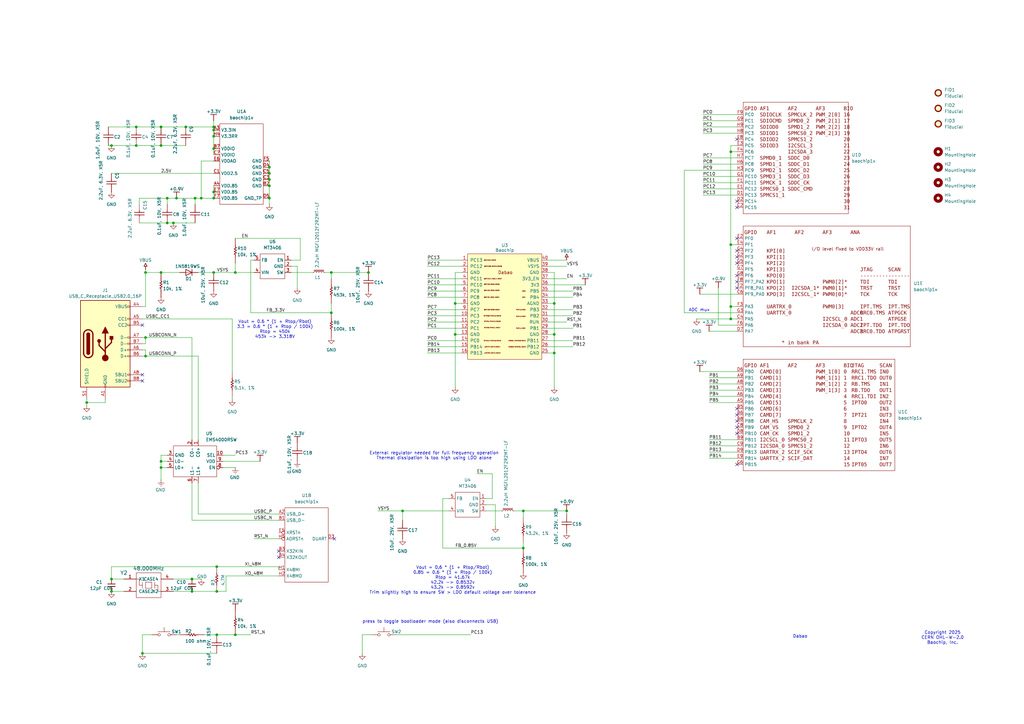
<source format=kicad_sch>
(kicad_sch (version 20250114) (generator "eeschema") (generator_version "9.0")
  (paper "A3")
  (lib_symbols
    (symbol "Connector:USB_C_Receptacle_USB2.0_16P" (pin_names (offset 1.016))
      (property "Reference" "J" (at 0 22.225 0))
      (property "Value" "USB_C_Receptacle_USB2.0_16P" (at 0 19.685 0))
      (symbol "USB_C_Receptacle_USB2.0_16P_1_1"
        (pin passive line (at -7.62 -22.86 90) (length 5.08) (name "SHIELD") (number "S1"))
        (pin passive line (at 0 -22.86 90) (length 5.08) (name "GND") (number "A1"))
        (pin passive line (at 0 -22.86 90) (length 5.08) (hide yes) (name "GND") (number "A12"))
        (pin passive line (at 0 -22.86 90) (length 5.08) (hide yes) (name "GND") (number "B1"))
        (pin passive line (at 0 -22.86 90) (length 5.08) (hide yes) (name "GND") (number "B12"))
        (pin passive line (at 15.24 15.24 180) (length 5.08) (name "VBUS") (number "A4"))
        (pin passive line (at 15.24 15.24 180) (length 5.08) (hide yes) (name "VBUS") (number "A9"))
        (pin passive line (at 15.24 15.24 180) (length 5.08) (hide yes) (name "VBUS") (number "B4"))
        (pin passive line (at 15.24 15.24 180) (length 5.08) (hide yes) (name "VBUS") (number "B9"))
        (pin bidirectional line (at 15.24 10.16 180) (length 5.08) (name "CC1") (number "A5"))
        (pin bidirectional line (at 15.24 7.62 180) (length 5.08) (name "CC2") (number "B5"))
        (pin bidirectional line (at 15.24 2.54 180) (length 5.08) (name "D-") (number "A7"))
        (pin bidirectional line (at 15.24 0 180) (length 5.08) (name "D-") (number "B7"))
        (pin bidirectional line (at 15.24 -2.54 180) (length 5.08) (name "D+") (number "A6"))
        (pin bidirectional line (at 15.24 -5.08 180) (length 5.08) (name "D+") (number "B6"))
        (pin bidirectional line (at 15.24 -12.7 180) (length 5.08) (name "SBU1") (number "A8"))
        (pin bidirectional line (at 15.24 -15.24 180) (length 5.08) (name "SBU2") (number "B8"))
      )
    )
    (symbol "Device:C_Small" (pin_numbers (hide yes)) (pin_names (offset 0.254) (hide yes))
      (property "Reference" "C" (at 0.254 1.778 0))
      (property "Value" "C_Small" (at 0.254 -2.032 0))
      (symbol "C_Small_1_1"
        (pin passive line (at 0 2.54 270) (length 2.032) (name "~") (number "1"))
        (pin passive line (at 0 -2.54 90) (length 2.032) (name "~") (number "2"))
      )
    )
    (symbol "Device:L_Iron_Small" (pin_numbers (hide yes)) (pin_names (offset 0.254) (hide yes))
      (property "Reference" "L" (at 1.27 1.016 0))
      (property "Value" "L_Iron_Small" (at 1.27 -1.27 0))
      (symbol "L_Iron_Small_1_1"
        (pin passive line (at 0 2.54 270) (length 0.508) (name "~") (number "1"))
        (pin passive line (at 0 -2.54 90) (length 0.508) (name "~") (number "2"))
      )
    )
    (symbol "Diode:1N4148WS" (pin_numbers (hide yes)) (pin_names (hide yes))
      (property "Reference" "D" (at 0 2.54 0))
      (property "Value" "1N4148WS" (at 0 -2.54 0))
      (symbol "1N4148WS_1_1"
        (pin passive line (at -3.81 0 0) (length 2.54) (name "K") (number "1"))
        (pin passive line (at 3.81 0 180) (length 2.54) (name "A") (number "2"))
      )
    )
    (symbol "Mechanical:Fiducial" (exclude_from_sim yes) (in_bom no)
      (property "Reference" "FID" (at 0 5.08 0))
      (property "Value" "Fiducial" (at 0 3.175 0))
    )
    (symbol "Mechanical:MountingHole" (pin_names (offset 1.016)) (exclude_from_sim yes) (in_bom no)
      (property "Reference" "H" (at 0 5.08 0))
      (property "Value" "MountingHole" (at 0 3.175 0))
    )
    (symbol "Switch:SW_Push" (pin_numbers (hide yes)) (pin_names (offset 1.016) (hide yes))
      (property "Reference" "SW" (at 1.27 2.54 0))
      (property "Value" "SW_Push" (at 0 -1.524 0))
      (symbol "SW_Push_0_1"
        (pin passive line (at -5.08 0 0) (length 2.54) (name "1") (number "1"))
        (pin passive line (at 5.08 0 180) (length 2.54) (name "2") (number "2"))
      )
    )
    (symbol "Terrance:XTAL4" (pin_names (offset 1.016))
      (property "Reference" "Y" (at -3.81 6.35 0))
      (property "Value" "XTAL4" (at 0 -6.35 0))
      (symbol "XTAL4_1_1"
        (pin input line (at -10.16 2.54 0) (length 5.08) (name "X1") (number "1"))
        (pin input line (at -10.16 -2.54 0) (length 5.08) (name "CASE2") (number "2"))
        (pin input line (at 10.16 2.54 180) (length 5.08) (name "CASE4") (number "4"))
        (pin input line (at 10.16 -2.54 180) (length 5.08) (name "X2") (number "3"))
      )
    )
    (symbol "common:Dabao" (pin_names (offset 1.016))
      (property "Reference" "U" (at -13.97 27.94 0))
      (property "Value" "Baochip" (at 0 6.35 0))
      (symbol "Dabao_1_1"
        (text "QSPI1CS1/BIO29" (at -6.096 24.13 0) (effects (font (size 0.381 0.381))))
        (text "QSPI1D3/SDD3/BIO26" (at -5.334 14.224 0) (effects (font (size 0.381 0.381))))
        (text "QSPI1D2/SDD2/BIO25" (at -5.334 11.684 0) (effects (font (size 0.381 0.381))))
        (text "QSPI1D1/SDD1/BIO24" (at -5.334 8.89 0) (effects (font (size 0.381 0.381))))
        (text "QSPI1D0/SDD0/BIO23" (at -5.334 3.81 0) (effects (font (size 0.381 0.381))))
        (text "SPI2CS0/PWM2.3/BIO19" (at -5.08 1.27 0) (effects (font (size 0.381 0.381))))
        (text "SPI2D1/PWM2.2/BIO18" (at -5.08 -1.016 0) (effects (font (size 0.381 0.381))))
        (text "SPI2D0/PWM2.1/BIO17" (at -5.08 -3.556 0) (effects (font (size 0.381 0.381))))
        (text "SPI2CLK/PWM2.0/BIO16" (at -5.08 -8.89 0) (effects (font (size 0.381 0.381))))
        (text "UART2TX/SCIFD/BIO14" (at -5.08 -11.43 0) (effects (font (size 0.381 0.381))))
        (text "UART2RX/SCIFC/BIO13" (at -5.08 -13.97 0) (effects (font (size 0.381 0.381))))
        (text "QSPI1CS0/SDCMD/BIO28" (at -4.826 21.59 0) (effects (font (size 0.381 0.381))))
        (text "QSPI1CLK1/SDCLK/BIO27" (at -4.826 16.51 0) (effects (font (size 0.381 0.381))))
        (text "Dabao" (at 0.254 19.05 0) (effects (font (size 1.27 1.27))))
        (text "I2C0SCL/SPI2CS0/BIO11" (at 5.08 -8.89 0) (effects (font (size 0.381 0.381))))
        (text "I2C0SDA/SPI2CS1/BIO12" (at 5.08 -11.43 0) (effects (font (size 0.381 0.381))))
        (text "PWM1.3/BIO3" (at 6.604 3.81 0) (effects (font (size 0.381 0.381))))
        (text "PWM1.2/BIO2" (at 6.604 1.016 0) (effects (font (size 0.381 0.381))))
        (text "PWM1.1/BIO1" (at 6.604 -3.81 0) (effects (font (size 0.381 0.381))))
        (text "BIO5" (at 7.874 11.43 0) (effects (font (size 0.381 0.381))))
        (text "BIO4" (at 7.874 8.89 0) (effects (font (size 0.381 0.381))))
        (pin bidirectional line (at -17.78 24.13 0) (length 2.54) (name "PC13") (number "1"))
        (pin bidirectional line (at -17.78 21.59 0) (length 2.54) (name "PC12") (number "2"))
        (pin power_in line (at -17.78 19.05 0) (length 2.54) (name "GND") (number "3"))
        (pin bidirectional line (at -17.78 16.51 0) (length 2.54) (name "PC11") (number "4"))
        (pin bidirectional line (at -17.78 13.97 0) (length 2.54) (name "PC10") (number "5"))
        (pin bidirectional line (at -17.78 11.43 0) (length 2.54) (name "PC9") (number "6"))
        (pin bidirectional line (at -17.78 8.89 0) (length 2.54) (name "PC8") (number "7"))
        (pin power_in line (at -17.78 6.35 0) (length 2.54) (name "GND") (number "8"))
        (pin bidirectional line (at -17.78 3.81 0) (length 2.54) (name "PC7") (number "9"))
        (pin bidirectional line (at -17.78 1.27 0) (length 2.54) (name "PC3") (number "10"))
        (pin bidirectional line (at -17.78 -1.27 0) (length 2.54) (name "PC2") (number "11"))
        (pin bidirectional line (at -17.78 -3.81 0) (length 2.54) (name "PC1") (number "12"))
        (pin power_in line (at -17.78 -6.35 0) (length 2.54) (name "GND") (number "13"))
        (pin bidirectional line (at -17.78 -8.89 0) (length 2.54) (name "PC0") (number "14"))
        (pin bidirectional line (at -17.78 -11.43 0) (length 2.54) (name "PB14") (number "15"))
        (pin bidirectional line (at -17.78 -13.97 0) (length 2.54) (name "PB13") (number "16"))
        (pin unspecified line (at 17.78 24.13 180) (length 2.54) (name "VBUS") (number "40"))
        (pin unspecified line (at 17.78 21.59 180) (length 2.54) (name "VSYS") (number "39"))
        (pin bidirectional line (at 17.78 19.05 180) (length 2.54) (name "GND") (number "38"))
        (pin input line (at 17.78 16.51 180) (length 2.54) (name "3V3_EN") (number "37"))
        (pin unspecified line (at 17.78 13.97 180) (length 2.54) (name "3V3") (number "36"))
        (pin unspecified line (at 17.78 11.43 180) (length 2.54) (name "PB5") (number "35"))
        (pin bidirectional line (at 17.78 8.89 180) (length 2.54) (name "PB4") (number "34"))
        (pin power_in line (at 17.78 6.35 180) (length 2.54) (name "AGND") (number "33"))
        (pin bidirectional line (at 17.78 3.81 180) (length 2.54) (name "PB3") (number "32"))
        (pin bidirectional line (at 17.78 1.27 180) (length 2.54) (name "PB2") (number "31"))
        (pin input line (at 17.78 -1.27 180) (length 2.54) (name "RUN") (number "30"))
        (pin bidirectional line (at 17.78 -3.81 180) (length 2.54) (name "PB1") (number "29"))
        (pin power_in line (at 17.78 -6.35 180) (length 2.54) (name "GND") (number "28"))
        (pin bidirectional line (at 17.78 -8.89 180) (length 2.54) (name "PB11") (number "27"))
        (pin bidirectional line (at 17.78 -11.43 180) (length 2.54) (name "PB12") (number "26"))
        (pin power_in line (at 17.78 -13.97 180) (length 2.54) (name "GND") (number "25"))
      )
    )
    (symbol "common:MT3406"
      (property "Reference" "U" (at 0 3.81 0))
      (property "Value" "MT3406" (at 0 0 0))
      (symbol "MT3406_1_1"
        (pin input line (at -7.62 0 0) (length 2.54) (name "EN") (number "1"))
        (pin power_in line (at -7.62 -2.54 0) (length 2.54) (name "GND") (number "2"))
        (pin power_out line (at -7.62 -5.08 0) (length 2.54) (name "SW") (number "3"))
        (pin input line (at 7.62 0 180) (length 2.54) (name "FB") (number "5"))
        (pin power_in line (at 7.62 -5.08 180) (length 2.54) (name "VIN") (number "4"))
      )
    )
    (symbol "common:WMS4000RSW"
      (property "Reference" "U" (at 0 0 0))
      (property "Value" "EMS4000RSW" (at 0 0 0))
      (symbol "WMS4000RSW_1_1"
        (pin input inverted (at -11.43 -13.97 0) (length 2.54) (name "EN") (number "8"))
        (pin power_in line (at -11.43 -16.51 0) (length 2.54) (name "VDD") (number "9"))
        (pin input line (at -11.43 -19.05 0) (length 2.54) (name "SEL") (number "10"))
        (pin passive line (at -1.27 -7.62 270) (length 2.54) (name "L1+") (number "7"))
        (pin bidirectional line (at -1.27 -25.4 90) (length 2.54) (name "C0+") (number "1"))
        (pin passive line (at 1.27 -7.62 270) (length 2.54) (name "L1-") (number "6"))
        (pin bidirectional line (at 1.27 -25.4 90) (length 2.54) (name "C0-") (number "2"))
        (pin passive line (at 11.43 -13.97 180) (length 2.54) (name "L0+") (number "5"))
        (pin passive line (at 11.43 -16.51 180) (length 2.54) (name "L0-") (number "4"))
        (pin power_in line (at 11.43 -19.05 180) (length 2.54) (name "GND") (number "3"))
      )
    )
    (symbol "common:baochip1x"
      (property "Reference" "U" (at 0.254 1.524 0))
      (property "Value" "baochip1x" (at 0.254 1.524 0))
      (symbol "baochip1x_1_1"
        (pin power_in line (at -12.7 -3.81 0) (length 2.54) (name "V3.3IN") (number "A3"))
        (pin power_in line (at -12.7 -6.35 0) (length 2.54) (name "V3.3RR") (number "H4"))
        (pin power_in line (at -12.7 -11.43 0) (length 2.54) (name "VDDIO") (number "B7"))
        (pin power_in line (at -12.7 -13.97 0) (length 2.54) (name "VDDIO") (number "C7"))
        (pin power_in line (at -12.7 -16.51 0) (length 2.54) (name "VDDAO") (number "E6"))
        (pin power_in line (at -12.7 -21.59 0) (length 2.54) (name "VDD2.5") (number "C1"))
        (pin power_in line (at -12.7 -26.67 0) (length 2.54) (name "VDD.85") (number "A4"))
        (pin power_in line (at -12.7 -29.21 0) (length 2.54) (name "VDD.85") (number "E7"))
        (pin power_in line (at -12.7 -31.75 0) (length 2.54) (name "VDD.85") (number "F7"))
        (pin power_in line (at 10.16 -16.51 180) (length 2.54) (name "GND") (number "F5"))
        (pin power_in line (at 10.16 -19.05 180) (length 2.54) (name "GND") (number "D4"))
        (pin power_in line (at 10.16 -21.59 180) (length 2.54) (name "GND") (number "C5"))
        (pin power_in line (at 10.16 -24.13 180) (length 2.54) (name "GND") (number "C3"))
        (pin power_in line (at 10.16 -26.67 180) (length 2.54) (name "GND") (number "B2"))
        (pin input line (at 10.16 -31.75 180) (length 2.54) (name "GND_TP") (number "D5"))
      )
      (symbol "baochip1x_2_1"
        (pin bidirectional line (at -10.16 -2.54 0) (length 2.54) (name "USB_D+") (number "A2"))
        (pin bidirectional line (at -10.16 -5.08 0) (length 2.54) (name "USB_D-") (number "B1"))
        (pin input inverted (at -10.16 -10.16 0) (length 2.54) (name "XRSTn") (number "E5"))
        (pin input inverted (at -10.16 -12.7 0) (length 2.54) (name "AORSTn") (number "H5"))
        (pin input line (at -10.16 -17.78 0) (length 2.54) (name "X32KIN") (number "B3"))
        (pin output line (at -10.16 -20.32 0) (length 2.54) (name "X32KOUT") (number "B4"))
        (pin input line (at -10.16 -25.4 0) (length 2.54) (name "X48MI") (number "H1"))
        (pin output line (at -10.16 -27.94 0) (length 2.54) (name "X48MO") (number "H2"))
        (pin output line (at 12.7 -12.7 180) (length 2.54) (name "DUART") (number "D3"))
      )
      (symbol "baochip1x_3_1"
        (text "GPIO" (at -7.112 -3.048 0) (effects (font (size 1.5113 1.5113)) (justify left top)))
        (text "AF1      AF2      AF3      BIO\nCAMD[0]           PWM_1[0] 0\nCAMD[1]           PWM_1[1] 1\nCAMD[2]           PWM_1[2] 2\nCAMD[3]           PWM_1[3] 3\nCAMD[4]                    4\nCAMD[5]                    5\nCAMD[6]                    6\nCAMD[7]                    7\nCAM_HS   SPMCLK_2          8\nCAM_VS   SPMD0_2           9\nCAM_CK   SPMD1_2           10\nI2CSCL_0 SPMCS0_2          11\nI2CSDA_0 SPMCS1_2          12\nUARTRX_2 SCIF_SCK          13\nUARTTX_2 SCIF_DAT          14\n                           15" (at -0.762 -3.048 0) (effects (font (size 1.5113 1.5113)) (justify left top)))
        (text "JTAG     SCAN\nRRC1.TMS IN0\nRRC1.TDO OUT0\nRB.TMS   IN1\nRB.TDO   OUT1\nRRC1.TDI IN2\nIPTO0    OUT2\n         IN3\nIPT21    OUT3\n         IN4\nIPTO2    OUT4\n         IN5\nIPTO3    OUT5\n         IN6\nIPTO4    OUT6\n         IN7\nIPT05    OUT7" (at 36.83 -3.048 0) (effects (font (size 1.5113 1.5113)) (justify left top)))
        (pin bidirectional line (at -10.16 -6.35 0) (length 2.54) (name "PB0") (number "D6"))
        (pin bidirectional line (at -10.16 -8.89 0) (length 2.54) (name "PB1") (number "A9"))
        (pin bidirectional line (at -10.16 -11.43 0) (length 2.54) (name "PB2") (number "A8"))
        (pin bidirectional line (at -10.16 -13.97 0) (length 2.54) (name "PB3") (number "A7"))
        (pin bidirectional line (at -10.16 -16.51 0) (length 2.54) (name "PB4") (number "A6"))
        (pin bidirectional line (at -10.16 -19.05 0) (length 2.54) (name "PB5") (number "A5"))
        (pin bidirectional line (at -10.16 -21.59 0) (length 2.54) (name "PB6") (number "B5"))
        (pin bidirectional line (at -10.16 -24.13 0) (length 2.54) (name "PB7") (number "B6"))
        (pin bidirectional line (at -10.16 -26.67 0) (length 2.54) (name "PB8") (number "B8"))
        (pin bidirectional line (at -10.16 -29.21 0) (length 2.54) (name "PB9") (number "C8"))
        (pin bidirectional line (at -10.16 -31.75 0) (length 2.54) (name "PB10") (number "D8"))
        (pin bidirectional line (at -10.16 -34.29 0) (length 2.54) (name "PB11") (number "B9"))
        (pin bidirectional line (at -10.16 -36.83 0) (length 2.54) (name "PB12") (number "C9"))
        (pin bidirectional line (at -10.16 -39.37 0) (length 2.54) (name "PB13") (number "D9"))
        (pin bidirectional line (at -10.16 -41.91 0) (length 2.54) (name "PB14") (number "E9"))
        (pin bidirectional line (at -10.16 -44.45 0) (length 2.54) (name "PB15") (number "G6"))
      )
      (symbol "baochip1x_4_1"
        (text "GPIO" (at -7.112 -3.048 0) (effects (font (size 1.5113 1.5113)) (justify left top)))
        (text "AF1      AF2      AF3      BIO\nSDIOCLK  SPMCLK_2 PWM_2[0] 16\nSDIOCMD  SPMD0_2  PWM_2[1] 17\nSDIOD0   SPMD1_2  PWM_2[2] 18\nSDIOD1   SPMCS0_2 PWM_2[3] 19\nSDIOD2   SPMCS1_2          20\nSDIOD3   I2CSCL_3          21\n         I2CSDA_3          22\nSPMD0_1  SDDC_D0           23\nSPMD1_1  SDDC_D1           24\nSPMD2_1  SDDC_D2           25\nSPMD3_1  SDDC_D3           26\nSPMCK_1  SDDC_CK           27\nSPMCS0_1 SDDC_CMD          28\nSPMCS1_1                   29\n                           30\n                           31" (at -0.762 -3.048 0) (effects (font (size 1.5113 1.5113)) (justify left top)))
        (pin bidirectional line (at -10.16 -6.35 0) (length 2.54) (name "PC0") (number "F9"))
        (pin bidirectional line (at -10.16 -8.89 0) (length 2.54) (name "PC1") (number "G9"))
        (pin bidirectional line (at -10.16 -11.43 0) (length 2.54) (name "PC2") (number "H9"))
        (pin bidirectional line (at -10.16 -13.97 0) (length 2.54) (name "PC3") (number "H8"))
        (pin bidirectional line (at -10.16 -16.51 0) (length 2.54) (name "PC4") (number "E8"))
        (pin bidirectional line (at -10.16 -19.05 0) (length 2.54) (name "PC5") (number "E3"))
        (pin bidirectional line (at -10.16 -21.59 0) (length 2.54) (name "PC6") (number "F4"))
        (pin bidirectional line (at -10.16 -24.13 0) (length 2.54) (name "PC7") (number "H7"))
        (pin bidirectional line (at -10.16 -26.67 0) (length 2.54) (name "PC8") (number "H6"))
        (pin bidirectional line (at -10.16 -29.21 0) (length 2.54) (name "PC9") (number "H3"))
        (pin bidirectional line (at -10.16 -31.75 0) (length 2.54) (name "PC10") (number "G1"))
        (pin bidirectional line (at -10.16 -34.29 0) (length 2.54) (name "PC11") (number "F1"))
        (pin bidirectional line (at -10.16 -36.83 0) (length 2.54) (name "PC12") (number "E1"))
        (pin bidirectional line (at -10.16 -39.37 0) (length 2.54) (name "PC13") (number "D1"))
        (pin bidirectional line (at -10.16 -41.91 0) (length 2.54) (name "PC14") (number "D2"))
        (pin bidirectional line (at -10.16 -44.45 0) (length 2.54) (name "PC15") (number "C2"))
      )
      (symbol "baochip1x_5_1"
        (text "GPIO" (at -7.112 -3.048 0) (effects (font (size 1.5113 1.5113)) (justify left top)))
        (text "AF1      AF2      AF3      ANA\n\n\nKPI[0]\nKPI[1]\nKPI[2]\nKPI[3]\nKPO[0]\nKPO[1]            PWM0[2]*\nKPO[2]  I2CSDA_1* PWM0[1]*\nKPO[3]  I2CSCL_1* PWM0[0]*\n\nUARTRX_0          PWM0[3]\nUARTTX_0                   ADC0\n                  I2CSCL_0 ADC1\n                  I2CSDA_0 ADC2\n                           ADC3" (at 2.032 -3.048 0) (effects (font (size 1.5113 1.5113)) (justify left top)))
        (text "* in bank PA" (at 8.128 -48.26 0) (effects (font (size 1.5113 1.5113)) (justify left top)))
        (text "I/O level fixed to VDD33V rail" (at 35.306 -10.668 0) (effects (font (size 1.27 1.27))))
        (text "JTAG     SCAN\n----------------\nTDI      TDI\nTRST     TRST\nTCK      TCK\n\nIPT.TMS  IPT.TMS\nRRC0.TMS ATPGCK\n         ATPGSE\nIPT.TDO  IPT.TDO\nRRC0.TDO ATPGRST" (at 40.386 -18.288 0) (effects (font (size 1.5113 1.5113)) (justify left top)))
        (pin bidirectional line (at -10.16 -6.35 0) (length 2.54) (name "PF0") (number "E2"))
        (pin bidirectional line (at -10.16 -8.89 0) (length 2.54) (name "PF1") (number "E4"))
        (pin bidirectional line (at -10.16 -11.43 0) (length 2.54) (name "PF2") (number "G4"))
        (pin bidirectional line (at -10.16 -13.97 0) (length 2.54) (name "PF3") (number "G2"))
        (pin bidirectional line (at -10.16 -16.51 0) (length 2.54) (name "PF4") (number "G5"))
        (pin bidirectional line (at -10.16 -19.05 0) (length 2.54) (name "PF5") (number "G7"))
        (pin bidirectional line (at -10.16 -21.59 0) (length 2.54) (name "PF6") (number "G8"))
        (pin bidirectional line (at -10.16 -24.13 0) (length 2.54) (name "PF7_PA2") (number "F8"))
        (pin bidirectional line (at -10.16 -26.67 0) (length 2.54) (name "PF8_PA1") (number "F2"))
        (pin bidirectional line (at -10.16 -29.21 0) (length 2.54) (name "PF9_PA0") (number "C6"))
        (pin bidirectional line (at -10.16 -34.29 0) (length 2.54) (name "PA3") (number "F3"))
        (pin bidirectional line (at -10.16 -36.83 0) (length 2.54) (name "PA4") (number "G3"))
        (pin bidirectional line (at -10.16 -39.37 0) (length 2.54) (name "PA5") (number "C4"))
        (pin bidirectional line (at -10.16 -41.91 0) (length 2.54) (name "PA6") (number "F6"))
        (pin bidirectional line (at -10.16 -44.45 0) (length 2.54) (name "PA7") (number "D7"))
      )
    )
    (symbol "common:root_3_Cap Semi"
      (symbol "root_3_Cap Semi_1_0"
        (pin passive line (at -2.54 2.54 270) (length 2.54) (name "1") (number "1"))
        (pin passive line (at -2.54 -5.08 90) (length 2.54) (name "2") (number "2"))
      )
    )
    (symbol "connectors-altium-import:VBUS_ARROW" (power)
      (property "Reference" "#PWR" (at 0 0 0))
      (property "Value" "VBUS" (at 0 3.81 0))
      (symbol "VBUS_ARROW_0_0"
        (pin power_in line (at 0 0 0) (length 0) (hide yes) (name "VBUS") (number ""))
      )
    )
    (symbol "kbd_pm-altium-import:root_3_Cap Semi"
      (symbol "root_3_Cap Semi_1_0"
        (pin passive line (at -2.54 2.54 270) (length 2.54) (name "1") (number "1"))
        (pin passive line (at -2.54 -5.08 90) (length 2.54) (name "2") (number "2"))
      )
    )
    (symbol "power-altium-import:P1.8V_BAR" (power)
      (property "Reference" "#PWR" (at 0 0 0))
      (property "Value" "P1.8V" (at 0 3.81 0))
      (symbol "P1.8V_BAR_0_0"
        (pin power_in line (at 0 0 0) (length 0) (hide yes) (name "P1.8V") (number ""))
      )
    )
    (symbol "power-altium-import:root_0_Res1"
      (symbol "root_0_Res1_1_0"
        (pin passive line (at -2.54 -2.54 0) (length 2.54) (name "1") (number "1"))
        (pin passive line (at 7.62 -2.54 180) (length 2.54) (name "2") (number "2"))
      )
    )
    (symbol "power-altium-import:root_1_Res1"
      (symbol "root_1_Res1_1_0"
        (pin passive line (at 2.54 7.62 270) (length 2.54) (name "2") (number "2"))
        (pin passive line (at 2.54 -2.54 90) (length 2.54) (name "1") (number "1"))
      )
    )
    (symbol "power-altium-import:root_3_Res1"
      (symbol "root_3_Res1_1_0"
        (pin passive line (at -2.54 2.54 270) (length 2.54) (name "1") (number "1"))
        (pin passive line (at -2.54 -7.62 90) (length 2.54) (name "2") (number "2"))
      )
    )
    (symbol "power:GND" (power) (pin_numbers (hide yes)) (pin_names (offset 0) (hide yes))
      (property "Value" "GND" (at 0 -3.81 0))
      (symbol "GND_1_1"
        (pin power_in line (at 0 0 270) (length 0) (name "~") (number "1"))
      )
    )
    (symbol "power:GNDREF" (power) (pin_numbers (hide yes)) (pin_names (offset 0) (hide yes))
      (property "Value" "GNDREF" (at 0 -3.81 0))
      (symbol "GNDREF_1_1"
        (pin power_in line (at 0 0 270) (length 0) (name "~") (number "1"))
      )
    )
    (symbol "testcore-altium-import:root_3_Cap Semi"
      (symbol "root_3_Cap Semi_1_0"
        (pin passive line (at -2.54 2.54 270) (length 2.54) (name "1") (number "1"))
        (pin passive line (at -2.54 -5.08 90) (length 2.54) (name "2") (number "2"))
      )
    )
  )
  (text "Vout = 0.6 * (1 + Rtop/Rbot)\n3.3 = 0.6 * (1 + Rtop / 100k)\nRtop = 450k\n453k -> 3.318V" (at 112.776 135.128 0) (effects (font (size 1.27 1.27))))
  (text "ADC mux\n" (at 286.766 127.254 0) (effects (font (size 1.27 1.27))))
  (text "External regulator needed for full frequency operation\nThermal dissipation is too high using LDO alone" (at 178.054 186.944 0) (effects (font (size 1.27 1.27))))
  (text "Copyright 2025\nCERN OHL-W-2.0\nBaochip, Inc." (at 386.588 261.62 0) (effects (font (size 1.27 1.27))))
  (text "Dabao" (at 328.168 261.112 0) (effects (font (size 1.27 1.27))))
  (text "press to toggle bootloader mode (also disconnects USB)" (at 176.53 255.016 0) (effects (font (size 1.27 1.27))))
  (text "Vout = 0.6 * (1 + Rtop/Rbot)\n0.85 = 0.6 * (1 + Rtop / 100k)\nRtop = 41.67k\n42.2k -> 0.8532v\n43.2k -> 0.8592v\nTrim slightly high to ensure SW > LDO default voltage over tolerance" (at 185.674 237.998 0) (effects (font (size 1.27 1.27))))
  (junction (at 68.58 91.44))
  (junction (at 66.04 52.07))
  (junction (at 110.49 76.2))
  (junction (at 110.49 73.66))
  (junction (at 299.72 100.33))
  (junction (at 299.72 125.73))
  (junction (at 96.52 111.76))
  (junction (at 227.33 144.78))
  (junction (at 68.58 81.28))
  (junction (at 59.69 138.43))
  (junction (at 87.63 60.96))
  (junction (at 87.63 52.07))
  (junction (at 88.9 232.41))
  (junction (at 82.55 81.28))
  (junction (at 71.12 91.44))
  (junction (at 299.72 62.23))
  (junction (at 66.04 191.77))
  (junction (at 45.72 237.49))
  (junction (at 110.49 71.12))
  (junction (at 96.52 260.35))
  (junction (at 59.69 111.76))
  (junction (at 66.04 189.23))
  (junction (at 55.88 59.69))
  (junction (at 88.9 242.57))
  (junction (at 87.63 81.28))
  (junction (at 78.74 237.49))
  (junction (at 214.63 224.79))
  (junction (at 135.89 111.76))
  (junction (at 66.04 59.69))
  (junction (at 66.04 111.76))
  (junction (at 87.63 78.74))
  (junction (at 232.41 209.55))
  (junction (at 87.63 55.88))
  (junction (at 78.74 242.57))
  (junction (at 151.13 111.76))
  (junction (at 110.49 81.28))
  (junction (at 80.01 81.28))
  (junction (at 186.69 124.46))
  (junction (at 72.39 81.28))
  (junction (at 87.63 111.76))
  (junction (at 165.1 209.55))
  (junction (at 299.72 130.81))
  (junction (at 135.89 128.27))
  (junction (at 186.69 137.16))
  (junction (at 45.72 59.69))
  (junction (at 214.63 209.55))
  (junction (at 76.2 52.07))
  (junction (at 58.42 267.97))
  (junction (at 227.33 124.46))
  (junction (at 55.88 52.07))
  (junction (at 59.69 146.05))
  (junction (at 110.49 68.58))
  (junction (at 88.9 260.35))
  (junction (at 35.56 165.1))
  (junction (at 227.33 137.16))
  (junction (at 45.72 242.57))
  (junction (at 87.63 53.34))
  (no_connect (at 302.26 85.09))
  (no_connect (at 137.16 220.98))
  (no_connect (at 302.26 115.57))
  (no_connect (at 302.26 175.26))
  (no_connect (at 302.26 118.11))
  (no_connect (at 58.42 156.21))
  (no_connect (at 302.26 190.5))
  (no_connect (at 302.26 105.41))
  (no_connect (at 58.42 133.35))
  (no_connect (at 302.26 57.15))
  (no_connect (at 302.26 170.18))
  (no_connect (at 114.3 226.06))
  (no_connect (at 302.26 113.03))
  (no_connect (at 302.26 167.64))
  (no_connect (at 302.26 177.8))
  (no_connect (at 302.26 97.79))
  (no_connect (at 302.26 172.72))
  (no_connect (at 114.3 228.6))
  (no_connect (at 302.26 107.95))
  (no_connect (at 58.42 153.67))
  (no_connect (at 302.26 102.87))
  (no_connect (at 302.26 82.55))
  (wire (pts (xy 59.69 111.76) (xy 59.69 125.73)))
  (wire (pts (xy 104.14 220.98) (xy 114.3 220.98)))
  (wire (pts (xy 224.79 111.76) (xy 227.33 111.76)))
  (wire (pts (xy 290.83 162.56) (xy 302.26 162.56)))
  (wire (pts (xy 78.74 213.36) (xy 114.3 213.36)))
  (wire (pts (xy 87.63 66.04) (xy 82.55 66.04)))
  (wire (pts (xy 58.42 260.35) (xy 58.42 267.97)))
  (wire (pts (xy 45.72 71.12) (xy 87.63 71.12)))
  (wire (pts (xy 35.56 166.37) (xy 35.56 165.1)))
  (wire (pts (xy 214.63 209.55) (xy 232.41 209.55)))
  (wire (pts (xy 110.49 68.58) (xy 110.49 71.12)))
  (wire (pts (xy 199.39 204.47) (xy 201.93 204.47)))
  (wire (pts (xy 234.95 121.92) (xy 224.79 121.92)))
  (wire (pts (xy 57.15 81.28) (xy 57.15 83.82)))
  (wire (pts (xy 290.83 187.96) (xy 302.26 187.96)))
  (wire (pts (xy 195.58 194.31) (xy 201.93 194.31)))
  (wire (pts (xy 119.38 109.22) (xy 121.92 109.22)))
  (wire (pts (xy 299.72 100.33) (xy 302.26 100.33)))
  (wire (pts (xy 227.33 111.76) (xy 227.33 124.46)))
  (wire (pts (xy 66.04 52.07) (xy 76.2 52.07)))
  (wire (pts (xy 95.25 130.81) (xy 95.25 152.4)))
  (wire (pts (xy 227.33 124.46) (xy 227.33 137.16)))
  (wire (pts (xy 45.72 232.41) (xy 45.72 237.49)))
  (wire (pts (xy 68.58 186.69) (xy 66.04 186.69)))
  (wire (pts (xy 148.59 260.35) (xy 148.59 267.97)))
  (wire (pts (xy 175.26 121.92) (xy 189.23 121.92)))
  (wire (pts (xy 181.61 204.47) (xy 181.61 224.79)))
  (wire (pts (xy 87.63 55.88) (xy 87.63 60.96)))
  (wire (pts (xy 135.89 111.76) (xy 151.13 111.76)))
  (wire (pts (xy 280.67 69.85) (xy 302.26 69.85)))
  (wire (pts (xy 288.29 54.61) (xy 302.26 54.61)))
  (wire (pts (xy 92.71 242.57) (xy 92.71 236.22)))
  (wire (pts (xy 181.61 224.79) (xy 214.63 224.79)))
  (wire (pts (xy 82.55 81.28) (xy 87.63 81.28)))
  (wire (pts (xy 186.69 124.46) (xy 189.23 124.46)))
  (wire (pts (xy 290.83 160.02) (xy 302.26 160.02)))
  (wire (pts (xy 59.69 143.51) (xy 59.69 146.05)))
  (wire (pts (xy 110.49 73.66) (xy 110.49 76.2)))
  (wire (pts (xy 224.79 144.78) (xy 227.33 144.78)))
  (wire (pts (xy 299.72 125.73) (xy 302.26 125.73)))
  (wire (pts (xy 91.44 189.23) (xy 106.68 189.23)))
  (wire (pts (xy 44.45 52.07) (xy 55.88 52.07)))
  (wire (pts (xy 299.72 62.23) (xy 299.72 100.33)))
  (wire (pts (xy 35.56 165.1) (xy 35.56 163.83)))
  (wire (pts (xy 78.74 198.12) (xy 78.74 213.36)))
  (wire (pts (xy 95.25 163.83) (xy 95.25 162.56)))
  (wire (pts (xy 102.87 128.27) (xy 135.89 128.27)))
  (wire (pts (xy 302.26 128.27) (xy 280.67 128.27)))
  (wire (pts (xy 184.15 204.47) (xy 181.61 204.47)))
  (wire (pts (xy 234.95 142.24) (xy 224.79 142.24)))
  (wire (pts (xy 224.79 109.22) (xy 232.41 109.22)))
  (wire (pts (xy 175.26 106.68) (xy 189.23 106.68)))
  (wire (pts (xy 299.72 59.69) (xy 299.72 62.23)))
  (wire (pts (xy 59.69 146.05) (xy 81.28 146.05)))
  (wire (pts (xy 78.74 237.49) (xy 82.55 237.49)))
  (wire (pts (xy 87.63 52.07) (xy 87.63 53.34)))
  (wire (pts (xy 287.02 152.4) (xy 302.26 152.4)))
  (wire (pts (xy 71.12 242.57) (xy 78.74 242.57)))
  (wire (pts (xy 59.69 138.43) (xy 78.74 138.43)))
  (wire (pts (xy 91.44 191.77) (xy 96.52 191.77)))
  (wire (pts (xy 87.63 76.2) (xy 87.63 78.74)))
  (wire (pts (xy 59.69 110.49) (xy 59.69 111.76)))
  (wire (pts (xy 288.29 64.77) (xy 302.26 64.77)))
  (wire (pts (xy 162.56 260.35) (xy 193.04 260.35)))
  (wire (pts (xy 66.04 186.69) (xy 66.04 189.23)))
  (wire (pts (xy 88.9 242.57) (xy 92.71 242.57)))
  (wire (pts (xy 175.26 144.78) (xy 189.23 144.78)))
  (wire (pts (xy 110.49 76.2) (xy 110.49 81.28)))
  (wire (pts (xy 119.38 111.76) (xy 128.27 111.76)))
  (wire (pts (xy 59.69 125.73) (xy 58.42 125.73)))
  (wire (pts (xy 234.95 139.7) (xy 224.79 139.7)))
  (wire (pts (xy 210.82 209.55) (xy 214.63 209.55)))
  (wire (pts (xy 175.26 109.22) (xy 189.23 109.22)))
  (wire (pts (xy 135.89 124.46) (xy 135.89 128.27)))
  (wire (pts (xy 58.42 146.05) (xy 59.69 146.05)))
  (wire (pts (xy 59.69 140.97) (xy 58.42 140.97)))
  (wire (pts (xy 165.1 209.55) (xy 165.1 213.36)))
  (wire (pts (xy 299.72 100.33) (xy 299.72 125.73)))
  (wire (pts (xy 199.39 207.01) (xy 203.2 207.01)))
  (wire (pts (xy 87.63 111.76) (xy 96.52 111.76)))
  (wire (pts (xy 68.58 81.28) (xy 72.39 81.28)))
  (wire (pts (xy 45.72 242.57) (xy 50.8 242.57)))
  (wire (pts (xy 302.26 133.35) (xy 294.64 133.35)))
  (wire (pts (xy 290.83 185.42) (xy 302.26 185.42)))
  (wire (pts (xy 71.12 237.49) (xy 78.74 237.49)))
  (wire (pts (xy 288.29 67.31) (xy 302.26 67.31)))
  (wire (pts (xy 290.83 180.34) (xy 302.26 180.34)))
  (wire (pts (xy 224.79 132.08) (xy 232.41 132.08)))
  (wire (pts (xy 175.26 132.08) (xy 189.23 132.08)))
  (wire (pts (xy 290.83 154.94) (xy 302.26 154.94)))
  (wire (pts (xy 87.63 49.53) (xy 87.63 52.07)))
  (wire (pts (xy 280.67 128.27) (xy 280.67 69.85)))
  (wire (pts (xy 175.26 127) (xy 189.23 127)))
  (wire (pts (xy 83.82 260.35) (xy 88.9 260.35)))
  (wire (pts (xy 88.9 260.35) (xy 96.52 260.35)))
  (wire (pts (xy 288.29 46.99) (xy 302.26 46.99)))
  (wire (pts (xy 92.71 236.22) (xy 114.3 236.22)))
  (wire (pts (xy 81.28 198.12) (xy 81.28 210.82)))
  (wire (pts (xy 71.12 91.44) (xy 80.01 91.44)))
  (wire (pts (xy 110.49 71.12) (xy 110.49 73.66)))
  (wire (pts (xy 290.83 135.89) (xy 302.26 135.89)))
  (wire (pts (xy 148.59 260.35) (xy 152.4 260.35)))
  (wire (pts (xy 186.69 137.16) (xy 189.23 137.16)))
  (wire (pts (xy 44.45 59.69) (xy 45.72 59.69)))
  (wire (pts (xy 87.63 78.74) (xy 87.63 81.28)))
  (wire (pts (xy 80.01 81.28) (xy 80.01 83.82)))
  (wire (pts (xy 81.28 111.76) (xy 87.63 111.76)))
  (wire (pts (xy 59.69 143.51) (xy 58.42 143.51)))
  (wire (pts (xy 78.74 138.43) (xy 78.74 180.34)))
  (wire (pts (xy 96.52 107.95) (xy 96.52 111.76)))
  (wire (pts (xy 96.52 97.79) (xy 123.19 97.79)))
  (wire (pts (xy 88.9 232.41) (xy 114.3 232.41)))
  (wire (pts (xy 72.39 81.28) (xy 80.01 81.28)))
  (wire (pts (xy 121.92 109.22) (xy 121.92 118.11)))
  (wire (pts (xy 285.75 130.81) (xy 299.72 130.81)))
  (wire (pts (xy 81.28 146.05) (xy 81.28 180.34)))
  (wire (pts (xy 123.19 106.68) (xy 123.19 97.79)))
  (wire (pts (xy 175.26 142.24) (xy 189.23 142.24)))
  (wire (pts (xy 59.69 111.76) (xy 66.04 111.76)))
  (wire (pts (xy 135.89 111.76) (xy 135.89 114.3)))
  (wire (pts (xy 175.26 129.54) (xy 189.23 129.54)))
  (wire (pts (xy 119.38 106.68) (xy 123.19 106.68)))
  (wire (pts (xy 234.95 127) (xy 224.79 127)))
  (wire (pts (xy 35.56 165.1) (xy 43.18 165.1)))
  (wire (pts (xy 288.29 77.47) (xy 302.26 77.47)))
  (wire (pts (xy 189.23 111.76) (xy 186.69 111.76)))
  (wire (pts (xy 110.49 81.28) (xy 110.49 83.82)))
  (wire (pts (xy 224.79 106.68) (xy 232.41 106.68)))
  (wire (pts (xy 288.29 74.93) (xy 302.26 74.93)))
  (wire (pts (xy 104.14 106.68) (xy 102.87 106.68)))
  (wire (pts (xy 59.69 138.43) (xy 58.42 138.43)))
  (wire (pts (xy 214.63 209.55) (xy 214.63 212.09)))
  (wire (pts (xy 224.79 137.16) (xy 227.33 137.16)))
  (wire (pts (xy 66.04 111.76) (xy 73.66 111.76)))
  (wire (pts (xy 66.04 189.23) (xy 66.04 191.77)))
  (wire (pts (xy 165.1 209.55) (xy 184.15 209.55)))
  (wire (pts (xy 175.26 116.84) (xy 189.23 116.84)))
  (wire (pts (xy 186.69 137.16) (xy 186.69 158.75)))
  (wire (pts (xy 102.87 106.68) (xy 102.87 128.27)))
  (wire (pts (xy 66.04 59.69) (xy 76.2 59.69)))
  (wire (pts (xy 58.42 267.97) (xy 88.9 267.97)))
  (wire (pts (xy 66.04 189.23) (xy 68.58 189.23)))
  (wire (pts (xy 227.33 137.16) (xy 227.33 144.78)))
  (wire (pts (xy 299.72 125.73) (xy 299.72 130.81)))
  (wire (pts (xy 201.93 204.47) (xy 201.93 194.31)))
  (wire (pts (xy 214.63 222.25) (xy 214.63 224.79)))
  (wire (pts (xy 154.94 209.55) (xy 165.1 209.55)))
  (wire (pts (xy 59.69 138.43) (xy 59.69 140.97)))
  (wire (pts (xy 299.72 130.81) (xy 302.26 130.81)))
  (wire (pts (xy 203.2 207.01) (xy 203.2 215.9)))
  (wire (pts (xy 76.2 52.07) (xy 87.63 52.07)))
  (wire (pts (xy 43.18 165.1) (xy 43.18 163.83)))
  (wire (pts (xy 290.83 182.88) (xy 302.26 182.88)))
  (wire (pts (xy 224.79 114.3) (xy 232.41 114.3)))
  (wire (pts (xy 186.69 124.46) (xy 186.69 137.16)))
  (wire (pts (xy 58.42 130.81) (xy 95.25 130.81)))
  (wire (pts (xy 68.58 91.44) (xy 71.12 91.44)))
  (wire (pts (xy 234.95 119.38) (xy 224.79 119.38)))
  (wire (pts (xy 72.39 260.35) (xy 73.66 260.35)))
  (wire (pts (xy 58.42 260.35) (xy 62.23 260.35)))
  (wire (pts (xy 57.15 91.44) (xy 68.58 91.44)))
  (wire (pts (xy 66.04 191.77) (xy 66.04 196.85)))
  (wire (pts (xy 186.69 111.76) (xy 186.69 124.46)))
  (wire (pts (xy 66.04 191.77) (xy 68.58 191.77)))
  (wire (pts (xy 87.63 53.34) (xy 87.63 55.88)))
  (wire (pts (xy 78.74 242.57) (xy 88.9 242.57)))
  (wire (pts (xy 96.52 260.35) (xy 102.87 260.35)))
  (wire (pts (xy 45.72 232.41) (xy 88.9 232.41)))
  (wire (pts (xy 82.55 66.04) (xy 82.55 81.28)))
  (wire (pts (xy 294.64 118.11) (xy 294.64 133.35)))
  (wire (pts (xy 80.01 81.28) (xy 82.55 81.28)))
  (wire (pts (xy 91.44 186.69) (xy 96.52 186.69)))
  (wire (pts (xy 234.95 134.62) (xy 224.79 134.62)))
  (wire (pts (xy 288.29 80.01) (xy 302.26 80.01)))
  (wire (pts (xy 290.83 157.48) (xy 302.26 157.48)))
  (wire (pts (xy 232.41 210.82) (xy 232.41 209.55)))
  (wire (pts (xy 287.02 120.65) (xy 302.26 120.65)))
  (wire (pts (xy 199.39 209.55) (xy 205.74 209.55)))
  (wire (pts (xy 87.63 60.96) (xy 87.63 63.5)))
  (wire (pts (xy 133.35 111.76) (xy 135.89 111.76)))
  (wire (pts (xy 288.29 72.39) (xy 302.26 72.39)))
  (wire (pts (xy 302.26 59.69) (xy 299.72 59.69)))
  (wire (pts (xy 299.72 62.23) (xy 302.26 62.23)))
  (wire (pts (xy 55.88 52.07) (xy 66.04 52.07)))
  (wire (pts (xy 224.79 116.84) (xy 240.03 116.84)))
  (wire (pts (xy 96.52 111.76) (xy 104.14 111.76)))
  (wire (pts (xy 45.72 59.69) (xy 55.88 59.69)))
  (wire (pts (xy 288.29 52.07) (xy 302.26 52.07)))
  (wire (pts (xy 175.26 119.38) (xy 189.23 119.38)))
  (wire (pts (xy 175.26 134.62) (xy 189.23 134.62)))
  (wire (pts (xy 224.79 124.46) (xy 227.33 124.46)))
  (wire (pts (xy 234.95 129.54) (xy 224.79 129.54)))
  (wire (pts (xy 110.49 66.04) (xy 110.49 68.58)))
  (wire (pts (xy 55.88 59.69) (xy 66.04 59.69)))
  (wire (pts (xy 288.29 49.53) (xy 302.26 49.53)))
  (wire (pts (xy 175.26 114.3) (xy 189.23 114.3)))
  (wire (pts (xy 68.58 81.28) (xy 68.58 83.82)))
  (wire (pts (xy 68.58 81.28) (xy 57.15 81.28)))
  (wire (pts (xy 290.83 165.1) (xy 302.26 165.1)))
  (wire (pts (xy 81.28 210.82) (xy 114.3 210.82)))
  (wire (pts (xy 175.26 139.7) (xy 189.23 139.7)))
  (wire (pts (xy 227.33 144.78) (xy 227.33 158.75)))
  (wire (pts (xy 114.3 232.41) (xy 114.3 233.68)))
  (wire (pts (xy 45.72 237.49) (xy 50.8 237.49)))
  (label "PC3" (at 288.29 54.61 0))
  (label "FB_0.85V" (at 186.69 224.79 0))
  (label "PC10" (at 288.29 72.39 0))
  (label "EN" (at 99.06 97.79 0))
  (label "PB1" (at 234.95 134.62 0))
  (label "PB12" (at 234.95 142.24 0))
  (label "PC12" (at 288.29 77.47 0))
  (label "USBC_CC1" (at 59.69 130.81 0))
  (label "PB13" (at 290.83 185.42 0))
  (label "RST_N" (at 104.14 220.98 0))
  (label "PC10" (at 175.26 116.84 0))
  (label "PC11" (at 175.26 114.3 0))
  (label "XO_48M" (at 100.33 236.22 0))
  (label "FB_3.3V" (at 109.22 128.27 0))
  (label "USBCONN_P" (at 60.96 146.05 0))
  (label "PB13" (at 175.26 144.78 0))
  (label "PC13" (at 96.52 186.69 0))
  (label "PC1" (at 175.26 134.62 0))
  (label "PC13" (at 193.04 260.35 0))
  (label "PC3" (at 175.26 129.54 0))
  (label "PC0" (at 288.29 46.99 0))
  (label "RST_N" (at 102.87 260.35 0))
  (label "USBC_P" (at 104.14 210.82 0))
  (label "PB11" (at 234.95 139.7 0))
  (label "PB5" (at 290.83 165.1 0))
  (label "VSYS" (at 154.94 209.55 0))
  (label "PB11" (at 290.83 180.34 0))
  (label "PB14" (at 290.83 187.96 0))
  (label "PC1" (at 288.29 49.53 0))
  (label "RST_N" (at 232.41 132.08 0))
  (label "PB5" (at 234.95 119.38 0))
  (label "PB4" (at 234.95 121.92 0))
  (label "PC11" (at 288.29 74.93 0))
  (label "PC8" (at 175.26 121.92 0))
  (label "PC2" (at 288.29 52.07 0))
  (label "PC8" (at 288.29 67.31 0))
  (label "PB3" (at 234.95 127 0))
  (label "PC9" (at 175.26 119.38 0))
  (label "PC12" (at 175.26 109.22 0))
  (label "PB2" (at 234.95 129.54 0))
  (label "PC13" (at 288.29 80.01 0))
  (label "VSYS" (at 88.9 111.76 0))
  (label "PB12" (at 290.83 182.88 0))
  (label "PB3" (at 290.83 160.02 0))
  (label "USBCONN_N" (at 60.96 138.43 0))
  (label "PB2" (at 290.83 157.48 0))
  (label "PC0" (at 175.26 139.7 0))
  (label "2.5V" (at 66.04 71.12 0))
  (label "PB1" (at 290.83 154.94 0))
  (label "PB14" (at 175.26 142.24 0))
  (label "PB4" (at 290.83 162.56 0))
  (label "PC2" (at 175.26 132.08 0))
  (label "XI_48M" (at 100.33 232.41 0))
  (label "PC7" (at 288.29 64.77 0))
  (label "EN" (at 232.41 114.3 0))
  (label "PC13" (at 175.26 106.68 0))
  (label "VSYS" (at 232.41 109.22 0))
  (label "PC7" (at 175.26 127 0))
  (label "EN" (at 195.58 194.31 0))
  (label "PC9" (at 288.29 69.85 0))
  (label "USBC_N" (at 104.14 213.36 0))
  (symbol (lib_id "common:root_3_Cap Semi") (at 234.95 213.36 0) (unit 1)
    (property "Reference" "C16" (at 234.696 215.646 0) (effects (justify left bottom)))
    (property "Value" "10uF, 25V, X5R" (at 227.33 208.28 90) (effects (justify right top)))
    (property "Footprint" "Capacitor_SMD:C_0603_1608Metric" (effects (hide yes)))
    (property "Description" "Capacitor (Semiconductor SIM Model)" (effects (hide yes)))
    (property "MPN" "CL10A106MA8NRNC" (effects (hide yes)))
    (property "MYPN" "C-106-25-X5R-0603" (effects (hide yes)))
    (property "LCSC" "C96446" (effects (hide yes)))
  )
  (symbol (lib_id "Diode:1N4148WS") (at 77.47 111.76 180) (unit 1)
    (property "Reference" "D1" (at 78.7401 114.3 0) (effects (justify left)))
    (property "Value" "1N5819WS" (at 82.042 109.22 0) (effects (justify left)))
    (property "Footprint" "Diode_SMD:D_SOD-323" (effects (hide yes)))
    (property "Datasheet" "https://www.vishay.com/docs/85751/1n4148ws.pdf" (effects (hide yes)))
    (property "Description" "75V 0.15A Fast switching Diode, SOD-323" (effects (hide yes)))
    (property "Sim.Device" "D" (effects (hide yes)))
    (property "Sim.Pins" "1=K 2=A" (effects (hide yes)))
    (property "MPN" "SD103AWS" (effects (hide yes)))
    (property "LCSC" "C191023" (effects (hide yes)))
  )
  (symbol (lib_id "power-altium-import:root_3_Res1") (at 99.06 252.73 0) (unit 1)
    (property "Reference" "R4" (at 97.282 255.016 0) (effects (justify left bottom)))
    (property "Value" "10k, 1%" (at 97.282 257.556 0) (effects (justify left bottom)))
    (property "Footprint" "Resistor_SMD:R_0201_0603Metric" (effects (hide yes)))
    (property "Description" "Resistor" (effects (hide yes)))
    (property "MYPN" "R-103-1P-1_16W-0402" (effects (hide yes)))
    (property "MPN" "ANY" (effects (hide yes)))
    (property "LCSC" "C106225" (effects (hide yes)))
  )
  (symbol (lib_id "Device:L_Iron_Small") (at 130.81 111.76 90) (unit 1)
    (property "Reference" "L1" (at 130.302 113.792 90))
    (property "Value" "2.2uH MGFL2012F2R2MT-LF" (at 130.048 96.266 0))
    (property "Footprint" "Inductor_SMD:L_0805_2012Metric" (effects (hide yes)))
    (property "Description" "Inductor with iron core, small symbol" (effects (hide yes)))
    (property "LCSC" "C281115" (effects (hide yes)))
  )
  (symbol (lib_id "Switch:SW_Push") (at 157.48 260.35 0) (unit 1)
    (property "Reference" "SW2" (at 162.56 259.08 0))
    (property "Value" "SW_Push" (effects (hide yes)))
    (property "Footprint" "common:SW_Push_1P1T_XKB_TS-1187A" (effects (hide yes)))
    (property "Description" "Push button switch, generic, two pins" (effects (hide yes)))
    (property "MPN" "TS-1187A-B-B-B" (effects (hide yes)))
    (property "LCSC" "C528026" (effects (hide yes)))
  )
  (symbol (lib_id "power-altium-import:P1.8V_BAR") (at 294.64 118.11 180) (unit 1)
    (property "Reference" "#PWR032" (effects (hide yes)))
    (property "Value" "+0.9V" (at 294.64 114.3 0))
  )
  (symbol (lib_id "power:GND") (at 285.75 130.81 0) (unit 1)
    (property "Reference" "#PWR023" (effects (hide yes)))
    (property "Value" "GND" (at 285.75 135.89 0))
    (property "Description" "Power symbol creates a global label with name \"GND\" , ground" (effects (hide yes)))
  )
  (symbol (lib_id "power-altium-import:P1.8V_BAR") (at 121.92 181.61 180) (unit 1)
    (property "Reference" "#PWR057" (effects (hide yes)))
    (property "Value" "+3.3V" (at 121.92 177.8 0))
  )
  (symbol (lib_id "power-altium-import:P1.8V_BAR") (at 240.03 116.84 180) (unit 1)
    (property "Reference" "#PWR021" (effects (hide yes)))
    (property "Value" "+3.3V" (at 240.03 113.03 0))
  )
  (symbol (lib_id "power-altium-import:P1.8V_BAR") (at 151.13 111.76 180) (unit 1)
    (property "Reference" "#PWR016" (effects (hide yes)))
    (property "Value" "+3.3V" (at 151.13 107.95 0))
  )
  (symbol (lib_id "Mechanical:MountingHole") (at 384.81 81.28 0) (unit 1) (exclude_from_sim yes) (in_bom no)
    (property "Reference" "H4" (at 387.35 80.0099 0) (effects (justify left)))
    (property "Value" "MountingHole" (at 387.35 82.5499 0) (effects (justify left)))
    (property "Footprint" "MountingHole:MountingHole_2.2mm_M2_DIN965" (effects (hide yes)))
    (property "Description" "Mounting Hole without connection" (effects (hide yes)))
  )
  (symbol (lib_id "power:GND") (at 165.1 220.98 0) (unit 1)
    (property "Reference" "#PWR026" (effects (hide yes)))
    (property "Value" "GND" (at 165.1 226.06 0))
    (property "Description" "Power symbol creates a global label with name \"GND\" , ground" (effects (hide yes)))
  )
  (symbol (lib_id "power:GND") (at 110.49 83.82 0) (unit 1)
    (property "Reference" "#PWR014" (effects (hide yes)))
    (property "Value" "GND" (at 110.49 88.9 0))
    (property "Description" "Power symbol creates a global label with name \"GND\" , ground" (effects (hide yes)))
  )
  (symbol (lib_id "power-altium-import:P1.8V_BAR") (at 232.41 209.55 180) (unit 1)
    (property "Reference" "#PWR027" (effects (hide yes)))
    (property "Value" "+0.9V" (at 232.41 205.74 0))
  )
  (symbol (lib_id "common:Dabao") (at 207.01 130.81 0) (unit 1)
    (property "Reference" "U3" (at 207.01 100.584 0))
    (property "Value" "Baochip" (at 207.01 102.616 0))
    (property "Footprint" "common:Dabao_Vendor_Substrate" (effects (hide yes)))
  )
  (symbol (lib_id "power:GND") (at 82.55 237.49 0) (unit 1)
    (property "Reference" "#PWR010" (effects (hide yes)))
    (property "Value" "GND" (at 82.804 236.474 0))
    (property "Description" "Power symbol creates a global label with name \"GND\" , ground" (effects (hide yes)))
  )
  (symbol (lib_id "testcore-altium-import:root_3_Cap Semi") (at 71.12 86.36 0) (unit 1)
    (property "Reference" "C8" (at 70.866 88.646 0) (effects (justify left bottom)))
    (property "Value" "0.1uF, 10V, X5R" (at 66.04 96.52 90) (effects (justify left bottom)))
    (property "Footprint" "Capacitor_SMD:C_0201_0603Metric" (effects (hide yes)))
    (property "Description" "Capacitor (Semiconductor SIM Model)" (effects (hide yes)))
    (property "MPN" "CL05B104KO5NNNC" (effects (hide yes)))
    (property "MYPN" "C-104-16-X7R-0402" (effects (hide yes)))
    (property "LCSC" "C76934" (effects (hide yes)))
  )
  (symbol (lib_id "power:GND") (at 95.25 163.83 0) (unit 1)
    (property "Reference" "#PWR013" (effects (hide yes)))
    (property "Value" "GND" (at 95.25 168.91 0))
    (property "Description" "Power symbol creates a global label with name \"GND\" , ground" (effects (hide yes)))
  )
  (symbol (lib_id "power:GND") (at 121.92 118.11 0) (unit 1)
    (property "Reference" "#PWR015" (effects (hide yes)))
    (property "Value" "GND" (at 121.92 123.19 0))
    (property "Description" "Power symbol creates a global label with name \"GND\" , ground" (effects (hide yes)))
  )
  (symbol (lib_id "power:GND") (at 227.33 158.75 0) (unit 1)
    (property "Reference" "#PWR019" (effects (hide yes)))
    (property "Value" "GND" (at 227.33 163.83 0))
    (property "Description" "Power symbol creates a global label with name \"GND\" , ground" (effects (hide yes)))
  )
  (symbol (lib_id "power:GND") (at 45.72 242.57 0) (unit 1)
    (property "Reference" "#PWR03" (effects (hide yes)))
    (property "Value" "GND" (at 45.72 247.65 0))
    (property "Description" "Power symbol creates a global label with name \"GND\" , ground" (effects (hide yes)))
  )
  (symbol (lib_id "power:GND") (at 71.12 91.44 0) (unit 1)
    (property "Reference" "#PWR09" (effects (hide yes)))
    (property "Value" "GND" (at 71.12 96.52 0))
    (property "Description" "Power symbol creates a global label with name \"GND\" , ground" (effects (hide yes)))
  )
  (symbol (lib_id "kbd_pm-altium-import:root_3_Cap Semi") (at 59.69 86.36 0) (unit 1)
    (property "Reference" "C15" (at 60.198 86.106 90) (effects (justify left bottom)))
    (property "Value" "2.2uF, 6.3V, X5R" (at 52.578 81.28 90) (effects (justify right top)))
    (property "Footprint" "Capacitor_SMD:C_0201_0603Metric" (effects (hide yes)))
    (property "Description" "Capacitor (Semiconductor SIM Model)" (effects (hide yes)))
    (property "MPN" "GRM033R60J225ME47D" (effects (hide yes)))
    (property "MYPN" "C-225-6.3-X5R-0402" (effects (hide yes)))
    (property "LCSC" "C76933" (effects (hide yes)))
  )
  (symbol (lib_id "power-altium-import:root_3_Res1") (at 138.43 130.81 0) (unit 1)
    (property "Reference" "R6" (at 136.652 133.096 0) (effects (justify left bottom)))
    (property "Value" "100k, 1%" (at 136.652 135.636 0) (effects (justify left bottom)))
    (property "Footprint" "Resistor_SMD:R_0201_0603Metric" (effects (hide yes)))
    (property "Description" "Resistor" (effects (hide yes)))
    (property "MYPN" "R-104-1P-1_16W-0402" (effects (hide yes)))
    (property "MPN" "ANY" (effects (hide yes)))
    (property "LCSC" "C106224" (effects (hide yes)))
  )
  (symbol (lib_id "Mechanical:MountingHole") (at 384.81 68.58 0) (unit 1) (exclude_from_sim yes) (in_bom no)
    (property "Reference" "H2" (at 387.35 67.3099 0) (effects (justify left)))
    (property "Value" "MountingHole" (at 387.35 69.8499 0) (effects (justify left)))
    (property "Footprint" "MountingHole:MountingHole_2.2mm_M2_DIN965" (effects (hide yes)))
    (property "Description" "Mounting Hole without connection" (effects (hide yes)))
  )
  (symbol (lib_id "power:GND") (at 58.42 267.97 0) (unit 1)
    (property "Reference" "#PWR06" (effects (hide yes)))
    (property "Value" "GND" (at 58.42 273.05 0))
    (property "Description" "Power symbol creates a global label with name \"GND\" , ground" (effects (hide yes)))
  )
  (symbol (lib_id "power-altium-import:root_3_Res1") (at 217.17 227.33 0) (unit 1)
    (property "Reference" "R8" (at 215.392 229.616 0) (effects (justify left bottom)))
    (property "Value" "100k, 1%" (at 215.392 232.156 0) (effects (justify left bottom)))
    (property "Footprint" "Resistor_SMD:R_0201_0603Metric" (effects (hide yes)))
    (property "Description" "Resistor" (effects (hide yes)))
    (property "MYPN" "R-104-1P-1_16W-0402" (effects (hide yes)))
    (property "MPN" "ANY" (effects (hide yes)))
    (property "LCSC" "C106224" (effects (hide yes)))
  )
  (symbol (lib_id "power:GNDREF") (at 121.92 189.23 0) (unit 1)
    (property "Reference" "#PWR063" (effects (hide yes)))
    (property "Value" "GND" (at 121.666 193.294 0))
    (property "Description" "Power symbol creates a global label with name \"GNDREF\" , reference supply ground" (effects (hide yes)))
  )
  (symbol (lib_id "Mechanical:Fiducial") (at 384.81 44.45 0) (unit 1) (exclude_from_sim yes) (in_bom no)
    (property "Reference" "FID2" (at 387.35 43.1799 0) (effects (justify left)))
    (property "Value" "Fiducial" (at 387.35 45.7199 0) (effects (justify left)))
    (property "Footprint" "common:IRIS fiducial 0.4mm" (effects (hide yes)))
    (property "Description" "Fiducial Marker" (effects (hide yes)))
  )
  (symbol (lib_id "testcore-altium-import:root_3_Cap Semi") (at 91.44 262.89 0) (unit 1)
    (property "Reference" "C13" (at 91.186 265.176 0) (effects (justify left bottom)))
    (property "Value" "0.1uF, 10V, X5R" (at 86.36 273.05 90) (effects (justify left bottom)))
    (property "Footprint" "Capacitor_SMD:C_0201_0603Metric" (effects (hide yes)))
    (property "Description" "Capacitor (Semiconductor SIM Model)" (effects (hide yes)))
    (property "MPN" "CL05B104KO5NNNC" (effects (hide yes)))
    (property "MYPN" "C-104-16-X7R-0402" (effects (hide yes)))
    (property "LCSC" "C76934" (effects (hide yes)))
  )
  (symbol (lib_id "common:root_3_Cap Semi") (at 90.17 114.3 0) (unit 1)
    (property "Reference" "C12" (at 89.916 116.586 0) (effects (justify left bottom)))
    (property "Value" "10uF, 25V, X5R" (at 82.55 109.22 90) (effects (justify right top)))
    (property "Footprint" "Capacitor_SMD:C_0603_1608Metric" (effects (hide yes)))
    (property "Description" "Capacitor (Semiconductor SIM Model)" (effects (hide yes)))
    (property "MPN" "CL10A106MA8NRNC" (effects (hide yes)))
    (property "MYPN" "C-106-25-X5R-0603" (effects (hide yes)))
    (property "LCSC" "C96446" (effects (hide yes)))
  )
  (symbol (lib_id "power-altium-import:root_3_Res1") (at 99.06 100.33 0) (unit 1)
    (property "Reference" "R10" (at 97.282 102.616 0) (effects (justify left bottom)))
    (property "Value" "10k, 1%" (at 97.282 105.156 0) (effects (justify left bottom)))
    (property "Footprint" "Resistor_SMD:R_0201_0603Metric" (effects (hide yes)))
    (property "Description" "Resistor" (effects (hide yes)))
    (property "MYPN" "R-103-1P-1_16W-0402" (effects (hide yes)))
    (property "MPN" "ANY" (effects (hide yes)))
    (property "LCSC" "C106225" (effects (hide yes)))
  )
  (symbol (lib_id "common:MT3406") (at 191.77 204.47 0) (mirror y) (unit 1)
    (property "Reference" "U4" (at 191.77 196.85 0))
    (property "Value" "MT3406" (at 191.77 199.39 0))
    (property "Footprint" "Package_TO_SOT_SMD:SOT-23-5" (effects (hide yes)))
    (property "Description" "1.5MHz step-down switching regulator" (effects (hide yes)))
    (property "LCSC" "C22462728" (effects (hide yes)))
  )
  (symbol (lib_id "power-altium-import:P1.8V_BAR") (at 287.02 120.65 180) (unit 1)
    (property "Reference" "#PWR022" (effects (hide yes)))
    (property "Value" "+3.3V" (at 287.02 116.84 0))
  )
  (symbol (lib_id "power-altium-import:root_3_Res1") (at 68.58 114.3 0) (unit 1)
    (property "Reference" "R1" (at 66.802 116.586 0) (effects (justify left bottom)))
    (property "Value" "10k, 1%" (at 66.802 119.126 0) (effects (justify left bottom)))
    (property "Footprint" "Resistor_SMD:R_0201_0603Metric" (effects (hide yes)))
    (property "Description" "Resistor" (effects (hide yes)))
    (property "MYPN" "R-103-1P-1_16W-0402" (effects (hide yes)))
    (property "MPN" "ANY" (effects (hide yes)))
    (property "LCSC" "C106225" (effects (hide yes)))
  )
  (symbol (lib_id "power:GND") (at 203.2 215.9 0) (unit 1)
    (property "Reference" "#PWR030" (effects (hide yes)))
    (property "Value" "GND" (at 203.2 220.98 0))
    (property "Description" "Power symbol creates a global label with name \"GND\" , ground" (effects (hide yes)))
  )
  (symbol (lib_id "testcore-altium-import:root_3_Cap Semi") (at 68.58 54.61 0) (unit 1)
    (property "Reference" "C7" (at 68.326 56.896 0) (effects (justify left bottom)))
    (property "Value" "0.1uF, 10V, X5R" (at 63.5 64.77 90) (effects (justify left bottom)))
    (property "Footprint" "Capacitor_SMD:C_0201_0603Metric" (effects (hide yes)))
    (property "Description" "Capacitor (Semiconductor SIM Model)" (effects (hide yes)))
    (property "MPN" "CL05B104KO5NNNC" (effects (hide yes)))
    (property "MYPN" "C-104-16-X7R-0402" (effects (hide yes)))
    (property "LCSC" "C76934" (effects (hide yes)))
  )
  (symbol (lib_id "power-altium-import:P1.8V_BAR") (at 287.02 152.4 180) (unit 1)
    (property "Reference" "#PWR024" (effects (hide yes)))
    (property "Value" "+3.3V" (at 287.02 148.59 0))
  )
  (symbol (lib_id "testcore-altium-import:root_3_Cap Semi") (at 58.42 54.61 0) (unit 1)
    (property "Reference" "C4" (at 58.166 56.896 0) (effects (justify left bottom)))
    (property "Value" "0.1uF, 10V, X5R" (at 53.34 64.77 90) (effects (justify left bottom)))
    (property "Footprint" "Capacitor_SMD:C_0201_0603Metric" (effects (hide yes)))
    (property "Description" "Capacitor (Semiconductor SIM Model)" (effects (hide yes)))
    (property "MPN" "CL05B104KO5NNNC" (effects (hide yes)))
    (property "MYPN" "C-104-16-X7R-0402" (effects (hide yes)))
    (property "LCSC" "C76934" (effects (hide yes)))
  )
  (symbol (lib_id "power-altium-import:root_1_Res1") (at 92.71 160.02 0) (unit 1)
    (property "Reference" "R5" (at 96.012 157.226 0) (effects (justify left bottom)))
    (property "Value" "5.1k, 1%" (at 96.012 159.766 0) (effects (justify left bottom)))
    (property "Footprint" "Resistor_SMD:R_0402_1005Metric" (effects (hide yes)))
    (property "Description" "Resistor" (effects (hide yes)))
    (property "MYPN" "R-512-1P-1_16W-0402" (effects (hide yes)))
    (property "MPN" "ANY" (effects (hide yes)))
    (property "LCSC" "C25905" (effects (hide yes)))
  )
  (symbol (lib_id "power:GNDREF") (at 66.04 196.85 0) (unit 1)
    (property "Reference" "#PWR042" (effects (hide yes)))
    (property "Value" "GND" (at 65.786 200.914 0))
    (property "Description" "Power symbol creates a global label with name \"GNDREF\" , reference supply ground" (effects (hide yes)))
  )
  (symbol (lib_id "common:baochip1x") (at 312.42 91.44 0) (unit 5)
    (property "Reference" "U1" (at 374.65 116.2049 0) (effects (justify left)))
    (property "Value" "baochip1x" (at 374.65 118.7449 0) (effects (justify left)))
    (property "Footprint" "common:WLCSP-71_9x8_4.062x3.762mm" (effects (hide yes)))
    (property "Description" "Baochip0 WLCSP" (effects (hide yes)))
  )
  (symbol (lib_id "kbd_pm-altium-import:root_3_Cap Semi") (at 78.74 54.61 0) (unit 1)
    (property "Reference" "C9" (at 79.248 54.356 90) (effects (justify left bottom)))
    (property "Value" "2.2uF, 6.3V, X5R" (at 71.12 46.736 90) (effects (justify right top)))
    (property "Footprint" "Capacitor_SMD:C_0201_0603Metric" (effects (hide yes)))
    (property "Description" "Capacitor (Semiconductor SIM Model)" (effects (hide yes)))
    (property "MPN" "GRM033R60J225ME47D" (effects (hide yes)))
    (property "MYPN" "C-225-6.3-X5R-0402" (effects (hide yes)))
    (property "LCSC" "C76933" (effects (hide yes)))
  )
  (symbol (lib_id "common:baochip1x") (at 312.42 40.64 0) (unit 4)
    (property "Reference" "U1" (at 349.25 63.4999 0) (effects (justify left)))
    (property "Value" "baochip1x" (at 349.25 66.0399 0) (effects (justify left)))
    (property "Footprint" "common:WLCSP-71_9x8_4.062x3.762mm" (effects (hide yes)))
    (property "Description" "Baochip0 WLCSP" (effects (hide yes)))
  )
  (symbol (lib_id "kbd_pm-altium-import:root_3_Cap Semi") (at 82.55 86.36 0) (unit 1)
    (property "Reference" "C11" (at 82.296 88.646 0) (effects (justify left bottom)))
    (property "Value" "1.0uF, 10V, X5R" (at 74.93 81.28 90) (effects (justify right top)))
    (property "Footprint" "Capacitor_SMD:C_0201_0603Metric" (effects (hide yes)))
    (property "Description" "Capacitor (Semiconductor SIM Model)" (effects (hide yes)))
    (property "MPN" "CL05A105KA5NQNC" (effects (hide yes)))
    (property "MYPN" "C-105-25-X5R-0402" (effects (hide yes)))
    (property "LCSC" "C76935" (effects (hide yes)))
  )
  (symbol (lib_id "Device:C_Small") (at 78.74 240.03 0) (unit 1)
    (property "Reference" "C10" (at 72.39 238.76 0) (effects (justify left)))
    (property "Value" "12pF C0G" (at 69.85 241.3 0) (effects (justify left)))
    (property "Footprint" "Capacitor_SMD:C_0201_0603Metric" (effects (hide yes)))
    (property "Description" "Unpolarized capacitor, small symbol" (effects (hide yes)))
    (property "Rating" "C0G 50V 0603" (effects (hide yes)))
    (property "MPN" "CC0201JRNPO9BN120" (effects (hide yes)))
    (property "MYPN" "C-120-50-C0G-0402" (effects (hide yes)))
    (property "LCSC" "C277478" (effects (hide yes)))
  )
  (symbol (lib_id "power:GND") (at 45.72 59.69 0) (unit 1)
    (property "Reference" "#PWR02" (effects (hide yes)))
    (property "Value" "GND" (at 45.72 64.77 0))
    (property "Description" "Power symbol creates a global label with name \"GND\" , ground" (effects (hide yes)))
  )
  (symbol (lib_id "connectors-altium-import:VBUS_ARROW") (at 59.69 110.49 180) (unit 1)
    (property "Reference" "#PWR07" (effects (hide yes)))
    (property "Value" "VBUS" (at 59.69 106.68 0))
  )
  (symbol (lib_id "kbd_pm-altium-import:root_3_Cap Semi") (at 48.26 73.66 0) (unit 1)
    (property "Reference" "C5" (at 48.768 73.406 90) (effects (justify left bottom)))
    (property "Value" "2.2uF, 6.3V, X5R" (at 40.64 65.786 90) (effects (justify right top)))
    (property "Footprint" "Capacitor_SMD:C_0201_0603Metric" (effects (hide yes)))
    (property "Description" "Capacitor (Semiconductor SIM Model)" (effects (hide yes)))
    (property "MPN" "GRM033R60J225ME47D" (effects (hide yes)))
    (property "MYPN" "C-225-6.3-X5R-0402" (effects (hide yes)))
    (property "LCSC" "C76933" (effects (hide yes)))
  )
  (symbol (lib_id "power:GND") (at 148.59 267.97 0) (unit 1)
    (property "Reference" "#PWR04" (effects (hide yes)))
    (property "Value" "GND" (at 148.59 273.05 0))
    (property "Description" "Power symbol creates a global label with name \"GND\" , ground" (effects (hide yes)))
  )
  (symbol (lib_id "Device:C_Small") (at 45.72 240.03 0) (unit 1)
    (property "Reference" "C1" (at 39.37 238.76 0) (effects (justify left)))
    (property "Value" "12pF C0G" (at 36.83 241.3 0) (effects (justify left)))
    (property "Footprint" "Capacitor_SMD:C_0201_0603Metric" (effects (hide yes)))
    (property "Description" "Unpolarized capacitor, small symbol" (effects (hide yes)))
    (property "Rating" "C0G 50V 0603" (effects (hide yes)))
    (property "MPN" "CC0201JRNPO9BN120" (effects (hide yes)))
    (property "MYPN" "C-120-50-C0G-0402" (effects (hide yes)))
    (property "LCSC" "C277478" (effects (hide yes)))
  )
  (symbol (lib_id "connectors-altium-import:VBUS_ARROW") (at 232.41 106.68 180) (unit 1)
    (property "Reference" "#PWR020" (effects (hide yes)))
    (property "Value" "VBUS" (at 232.41 102.87 0))
  )
  (symbol (lib_id "common:WMS4000RSW") (at 80.01 205.74 180) (unit 1)
    (property "Reference" "U5" (at 84.3981 177.8 0) (effects (justify right)))
    (property "Value" "EMS4000RSW" (at 84.3981 180.34 0) (effects (justify right)))
    (property "Footprint" "common:QFN-10_1.4x1.8_Pitch0.4mm" (effects (hide yes)))
    (property "Datasheet" "https://www.lcsc.com/datasheet/C49186227.pdf" (effects (hide yes)))
    (property "LCSC" "C49186227" (effects (hide yes)))
  )
  (symbol (lib_id "power-altium-import:P1.8V_BAR") (at 96.52 250.19 180) (unit 1)
    (property "Reference" "#PWR033" (effects (hide yes)))
    (property "Value" "+3.3V" (at 96.52 246.38 0))
  )
  (symbol (lib_id "power-altium-import:P1.8V_BAR") (at 290.83 135.89 180) (unit 1)
    (property "Reference" "#PWR031" (effects (hide yes)))
    (property "Value" "+3.3V" (at 290.83 132.08 0))
  )
  (symbol (lib_id "Mechanical:MountingHole") (at 384.81 74.93 0) (unit 1) (exclude_from_sim yes) (in_bom no)
    (property "Reference" "H3" (at 387.35 73.6599 0) (effects (justify left)))
    (property "Value" "MountingHole" (at 387.35 76.1999 0) (effects (justify left)))
    (property "Footprint" "MountingHole:MountingHole_2.2mm_M2_DIN965" (effects (hide yes)))
    (property "Description" "Mounting Hole without connection" (effects (hide yes)))
  )
  (symbol (lib_id "power-altium-import:P1.8V_BAR") (at 72.39 81.28 180) (unit 1)
    (property "Reference" "#PWR028" (effects (hide yes)))
    (property "Value" "+0.9V" (at 72.39 77.47 0))
  )
  (symbol (lib_id "power:GNDREF") (at 96.52 191.77 0) (unit 1)
    (property "Reference" "#PWR066" (effects (hide yes)))
    (property "Value" "GND" (at 96.266 195.834 0))
    (property "Description" "Power symbol creates a global label with name \"GNDREF\" , reference supply ground" (effects (hide yes)))
  )
  (symbol (lib_id "power:GND") (at 232.41 218.44 0) (unit 1)
    (property "Reference" "#PWR035" (effects (hide yes)))
    (property "Value" "GND" (at 232.41 223.52 0))
    (property "Description" "Power symbol creates a global label with name \"GND\" , ground" (effects (hide yes)))
  )
  (symbol (lib_id "Device:L_Iron_Small") (at 208.28 209.55 90) (unit 1)
    (property "Reference" "L2" (at 207.772 211.582 90))
    (property "Value" "2.2uH MGFL2012F2R2MT-LF" (at 207.518 194.056 0))
    (property "Footprint" "Inductor_SMD:L_0805_2012Metric" (effects (hide yes)))
    (property "Description" "Inductor with iron core, small symbol" (effects (hide yes)))
    (property "LCSC" "C281115" (effects (hide yes)))
  )
  (symbol (lib_id "power-altium-import:root_3_Res1") (at 138.43 116.84 0) (unit 1)
    (property "Reference" "R7" (at 136.652 119.126 0) (effects (justify left bottom)))
    (property "Value" "453k, 1%" (at 136.652 121.666 0) (effects (justify left bottom)))
    (property "Footprint" "Resistor_SMD:R_0201_0603Metric" (effects (hide yes)))
    (property "Description" "Resistor" (effects (hide yes)))
    (property "MYPN" "R-4533-1P-1_16W-0201" (effects (hide yes)))
    (property "MPN" "ANY" (effects (hide yes)))
    (property "LCSC" "C423509" (effects (hide yes)))
  )
  (symbol (lib_id "Mechanical:MountingHole") (at 384.81 62.23 0) (unit 1) (exclude_from_sim yes) (in_bom no)
    (property "Reference" "H1" (at 387.35 60.9599 0) (effects (justify left)))
    (property "Value" "MountingHole" (at 387.35 63.4999 0) (effects (justify left)))
    (property "Footprint" "MountingHole:MountingHole_2.2mm_M2_DIN965" (effects (hide yes)))
    (property "Description" "Mounting Hole without connection" (effects (hide yes)))
  )
  (symbol (lib_id "power:GND") (at 66.04 121.92 0) (unit 1)
    (property "Reference" "#PWR08" (effects (hide yes)))
    (property "Value" "GND" (at 66.04 127 0))
    (property "Description" "Power symbol creates a global label with name \"GND\" , ground" (effects (hide yes)))
  )
  (symbol (lib_id "power:GND") (at 135.89 138.43 0) (unit 1)
    (property "Reference" "#PWR034" (effects (hide yes)))
    (property "Value" "GND" (at 135.89 143.51 0))
    (property "Description" "Power symbol creates a global label with name \"GND\" , ground" (effects (hide yes)))
  )
  (symbol (lib_id "power-altium-import:P1.8V_BAR") (at 106.68 189.23 180) (unit 1)
    (property "Reference" "#PWR053" (effects (hide yes)))
    (property "Value" "+3.3V" (at 106.68 185.42 0))
  )
  (symbol (lib_id "Switch:SW_Push") (at 67.31 260.35 0) (unit 1)
    (property "Reference" "SW1" (at 72.39 259.08 0))
    (property "Value" "SW_Push" (effects (hide yes)))
    (property "Footprint" "common:SW_Push_1P1T_XKB_TS-1187A" (effects (hide yes)))
    (property "Description" "Push button switch, generic, two pins" (effects (hide yes)))
    (property "MPN" "TS-1187A-B-B-B" (effects (hide yes)))
    (property "LCSC" "C528026" (effects (hide yes)))
  )
  (symbol (lib_id "power:GND") (at 186.69 158.75 0) (unit 1)
    (property "Reference" "#PWR018" (effects (hide yes)))
    (property "Value" "GND" (at 186.69 163.83 0))
    (property "Description" "Power symbol creates a global label with name \"GND\" , ground" (effects (hide yes)))
  )
  (symbol (lib_id "power:GND") (at 35.56 166.37 0) (unit 1)
    (property "Reference" "#PWR01" (effects (hide yes)))
    (property "Value" "GND" (at 35.56 171.45 0))
    (property "Description" "Power symbol creates a global label with name \"GND\" , ground" (effects (hide yes)))
  )
  (symbol (lib_id "common:baochip1x") (at 124.46 208.28 0) (unit 2)
    (property "Reference" "U1" (at 125.73 203.2 0))
    (property "Value" "baochip1x" (at 125.73 205.74 0))
    (property "Footprint" "common:WLCSP-71_9x8_4.062x3.762mm" (effects (hide yes)))
    (property "Description" "Baochip0 WLCSP" (effects (hide yes)))
  )
  (symbol (lib_id "power-altium-import:root_3_Res1") (at 217.17 214.63 0) (unit 1)
    (property "Reference" "R9" (at 215.392 216.916 0) (effects (justify left bottom)))
    (property "Value" "43.2k, 1%" (at 215.392 219.456 0) (effects (justify left bottom)))
    (property "Footprint" "Resistor_SMD:R_0201_0603Metric" (effects (hide yes)))
    (property "Description" "Resistor" (effects (hide yes)))
    (property "MYPN" "R-4322-1P-1_16W-0201" (effects (hide yes)))
    (property "MPN" "ANY" (effects (hide yes)))
    (property "LCSC" "C158519" (effects (hide yes)))
  )
  (symbol (lib_id "power:GND") (at 45.72 78.74 0) (unit 1)
    (property "Reference" "#PWR05" (effects (hide yes)))
    (property "Value" "GND" (at 45.72 83.82 0))
    (property "Description" "Power symbol creates a global label with name \"GND\" , ground" (effects (hide yes)))
  )
  (symbol (lib_id "power:GND") (at 151.13 119.38 0) (unit 1)
    (property "Reference" "#PWR017" (effects (hide yes)))
    (property "Value" "GND" (at 151.13 124.46 0))
    (property "Description" "Power symbol creates a global label with name \"GND\" , ground" (effects (hide yes)))
  )
  (symbol (lib_id "power-altium-import:P1.8V_BAR") (at 87.63 49.53 180) (unit 1)
    (property "Reference" "#PWR011" (effects (hide yes)))
    (property "Value" "+3.3V" (at 87.63 45.72 0))
  )
  (symbol (lib_id "Mechanical:Fiducial") (at 384.81 50.8 0) (unit 1) (exclude_from_sim yes) (in_bom no)
    (property "Reference" "FID3" (at 387.35 49.5299 0) (effects (justify left)))
    (property "Value" "Fiducial" (at 387.35 52.0699 0) (effects (justify left)))
    (property "Footprint" "common:IRIS fiducial2 0.4mm" (effects (hide yes)))
    (property "Description" "Fiducial Marker" (effects (hide yes)))
  )
  (symbol (lib_id "power:GND") (at 87.63 119.38 0) (unit 1)
    (property "Reference" "#PWR012" (effects (hide yes)))
    (property "Value" "GND" (at 87.63 124.46 0))
    (property "Description" "Power symbol creates a global label with name \"GND\" , ground" (effects (hide yes)))
  )
  (symbol (lib_id "Connector:USB_C_Receptacle_USB2.0_16P") (at 43.18 140.97 0) (unit 1)
    (property "Reference" "J1" (at 43.18 119.0457 0))
    (property "Value" "USB_C_Receptacle_USB2.0_16P" (at 43.18 121.4699 0))
    (property "Footprint" "common:USB_C_Receptacle_HRO_TYPE-C-31-M-12" (effects (hide yes)))
    (property "Datasheet" "https://www.usb.org/sites/default/files/documents/usb_type-c.zip" (effects (hide yes)))
    (property "Description" "USB 2.0-only 16P Type-C Receptacle connector" (effects (hide yes)))
    (property "AltPN" "TYPE-C-31-M-12" (effects (hide yes)))
    (property "LCSC" "C165948" (effects (hide yes)))
  )
  (symbol (lib_id "testcore-altium-import:root_3_Cap Semi") (at 124.46 184.15 0) (unit 1)
    (property "Reference" "C18" (at 124.206 186.436 0) (effects (justify left bottom)))
    (property "Value" "0.1uF, 10V, X5R" (at 119.38 194.31 90) (effects (justify left bottom)))
    (property "Footprint" "Capacitor_SMD:C_0201_0603Metric" (effects (hide yes)))
    (property "Description" "Capacitor (Semiconductor SIM Model)" (effects (hide yes)))
    (property "MPN" "CL05B104KO5NNNC" (effects (hide yes)))
    (property "MYPN" "C-104-16-X7R-0402" (effects (hide yes)))
    (property "LCSC" "C76934" (effects (hide yes)))
  )
  (symbol (lib_id "common:baochip1x") (at 100.33 49.53 0) (unit 1)
    (property "Reference" "U1" (at 99.06 45.72 0))
    (property "Value" "baochip1x" (at 99.06 48.26 0))
    (property "Footprint" "common:WLCSP-71_9x8_4.062x3.762mm" (effects (hide yes)))
    (property "Description" "Baochip0 WLCSP" (effects (hide yes)))
  )
  (symbol (lib_id "common:MT3406") (at 111.76 106.68 0) (mirror y) (unit 1)
    (property "Reference" "U6" (at 111.76 99.06 0))
    (property "Value" "MT3406" (at 111.76 101.6 0))
    (property "Footprint" "Package_TO_SOT_SMD:SOT-23-5" (effects (hide yes)))
    (property "Description" "1.5MHz step-down switching regulator" (effects (hide yes)))
    (property "LCSC" "C22462728" (effects (hide yes)))
  )
  (symbol (lib_id "kbd_pm-altium-import:root_3_Cap Semi") (at 46.99 54.61 0) (unit 1)
    (property "Reference" "C2" (at 46.736 56.896 0) (effects (justify left bottom)))
    (property "Value" "1.0uF, 10V, X5R" (at 39.37 49.53 90) (effects (justify right top)))
    (property "Footprint" "Capacitor_SMD:C_0201_0603Metric" (effects (hide yes)))
    (property "Description" "Capacitor (Semiconductor SIM Model)" (effects (hide yes)))
    (property "MPN" "CL05A105KA5NQNC" (effects (hide yes)))
    (property "MYPN" "C-105-25-X5R-0402" (effects (hide yes)))
    (property "LCSC" "C76935" (effects (hide yes)))
  )
  (symbol (lib_id "common:root_3_Cap Semi") (at 153.67 114.3 0) (unit 1)
    (property "Reference" "C14" (at 153.416 116.586 0) (effects (justify left bottom)))
    (property "Value" "10uF, 25V, X5R" (at 146.05 109.22 90) (effects (justify right top)))
    (property "Footprint" "Capacitor_SMD:C_0603_1608Metric" (effects (hide yes)))
    (property "Description" "Capacitor (Semiconductor SIM Model)" (effects (hide yes)))
    (property "MPN" "CL10A106MA8NRNC" (effects (hide yes)))
    (property "MYPN" "C-106-25-X5R-0603" (effects (hide yes)))
    (property "LCSC" "C96446" (effects (hide yes)))
  )
  (symbol (lib_id "common:root_3_Cap Semi") (at 167.64 215.9 0) (unit 1)
    (property "Reference" "C17" (at 167.386 218.186 0) (effects (justify left bottom)))
    (property "Value" "10uF, 25V, X5R" (at 160.02 210.82 90) (effects (justify right top)))
    (property "Footprint" "Capacitor_SMD:C_0603_1608Metric" (effects (hide yes)))
    (property "Description" "Capacitor (Semiconductor SIM Model)" (effects (hide yes)))
    (property "MPN" "CL10A106MA8NRNC" (effects (hide yes)))
    (property "MYPN" "C-106-25-X5R-0603" (effects (hide yes)))
    (property "LCSC" "C96446" (effects (hide yes)))
  )
  (symbol (lib_id "Mechanical:Fiducial") (at 384.81 38.1 0) (unit 1) (exclude_from_sim yes) (in_bom no)
    (property "Reference" "FID1" (at 387.35 36.8299 0) (effects (justify left)))
    (property "Value" "Fiducial" (at 387.35 39.3699 0) (effects (justify left)))
    (property "Footprint" "common:IRIS fiducial 0.4mm" (effects (hide yes)))
    (property "Description" "Fiducial Marker" (effects (hide yes)))
  )
  (symbol (lib_id "power-altium-import:root_0_Res1") (at 86.36 240.03 90) (unit 1)
    (property "Reference" "R3" (at 88.138 240.284 0) (effects (justify left bottom)))
    (property "Value" "4.7M" (at 92.202 240.284 0) (effects (justify left bottom)))
    (property "Footprint" "Resistor_SMD:R_0402_1005Metric" (effects (hide yes)))
    (property "Description" "Resistor" (effects (hide yes)))
    (property "MYPN" "R-476-1P-1_16W-0402" (effects (hide yes)))
    (property "MPN" "ANY" (effects (hide yes)))
    (property "LCSC" "C474132" (effects (hide yes)))
  )
  (symbol (lib_id "Terrance:XTAL4") (at 60.96 240.03 0) (unit 1)
    (property "Reference" "Y2" (at 50.8 234.95 0) (effects (font (size 1.524 1.524))))
    (property "Value" "48.000MHz" (at 60.96 233.1526 0) (effects (font (size 1.524 1.524))))
    (property "Footprint" "Crystal:Crystal_SMD_3225-4Pin_3.2x2.5mm" (effects (hide yes)))
    (property "AltPN" "C70579" (effects (hide yes)))
    (property "VendorPN" "X322548MSB4SI" (effects (hide yes)))
    (property "LCSC" "C2892060" (effects (hide yes)))
  )
  (symbol (lib_id "common:baochip1x") (at 312.42 146.05 0) (unit 3)
    (property "Reference" "U1" (at 368.3 168.9099 0) (effects (justify left)))
    (property "Value" "baochip1x" (at 368.3 171.4499 0) (effects (justify left)))
    (property "Footprint" "common:WLCSP-71_9x8_4.062x3.762mm" (effects (hide yes)))
    (property "Description" "Baochip0 WLCSP" (effects (hide yes)))
  )
  (symbol (lib_id "power:GND") (at 214.63 234.95 0) (unit 1)
    (property "Reference" "#PWR029" (effects (hide yes)))
    (property "Value" "GND" (at 214.63 240.03 0))
    (property "Description" "Power symbol creates a global label with name \"GND\" , ground" (effects (hide yes)))
  )
  (symbol (lib_id "power-altium-import:root_0_Res1") (at 76.2 257.81 0) (unit 1)
    (property "Reference" "R2" (at 75.946 259.588 0) (effects (justify left bottom)))
    (property "Value" "100 ohm" (at 75.946 263.652 0) (effects (justify left bottom)))
    (property "Footprint" "Resistor_SMD:R_0402_1005Metric" (effects (hide yes)))
    (property "Description" "Resistor" (effects (hide yes)))
    (property "MYPN" "R-101-1P-1_16W-0402" (effects (hide yes)))
    (property "MPN" "ANY" (effects (hide yes)))
    (property "LCSC" "C106232" (effects (hide yes)))
  )
)
</source>
